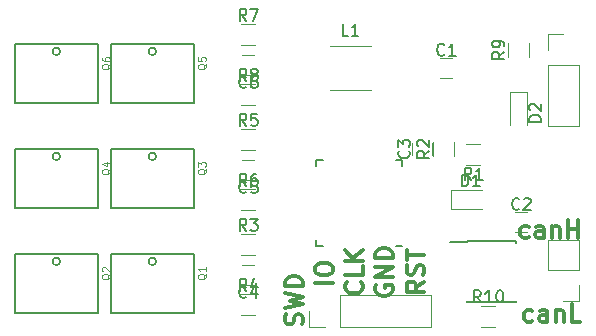
<source format=gto>
G04 #@! TF.FileFunction,Legend,Top*
%FSLAX46Y46*%
G04 Gerber Fmt 4.6, Leading zero omitted, Abs format (unit mm)*
G04 Created by KiCad (PCBNEW 4.0.6) date 07/31/17 21:00:10*
%MOMM*%
%LPD*%
G01*
G04 APERTURE LIST*
%ADD10C,0.100000*%
%ADD11C,0.300000*%
%ADD12C,0.120000*%
%ADD13C,0.127000*%
%ADD14C,0.150000*%
%ADD15C,0.050000*%
G04 APERTURE END LIST*
D10*
D11*
X153047000Y-111378857D02*
X152975571Y-111521714D01*
X152975571Y-111736000D01*
X153047000Y-111950285D01*
X153189857Y-112093143D01*
X153332714Y-112164571D01*
X153618429Y-112236000D01*
X153832714Y-112236000D01*
X154118429Y-112164571D01*
X154261286Y-112093143D01*
X154404143Y-111950285D01*
X154475571Y-111736000D01*
X154475571Y-111593143D01*
X154404143Y-111378857D01*
X154332714Y-111307428D01*
X153832714Y-111307428D01*
X153832714Y-111593143D01*
X154475571Y-110664571D02*
X152975571Y-110664571D01*
X154475571Y-109807428D01*
X152975571Y-109807428D01*
X154475571Y-109093142D02*
X152975571Y-109093142D01*
X152975571Y-108735999D01*
X153047000Y-108521714D01*
X153189857Y-108378856D01*
X153332714Y-108307428D01*
X153618429Y-108235999D01*
X153832714Y-108235999D01*
X154118429Y-108307428D01*
X154261286Y-108378856D01*
X154404143Y-108521714D01*
X154475571Y-108735999D01*
X154475571Y-109093142D01*
X157142571Y-111057428D02*
X156428286Y-111557428D01*
X157142571Y-111914571D02*
X155642571Y-111914571D01*
X155642571Y-111343143D01*
X155714000Y-111200285D01*
X155785429Y-111128857D01*
X155928286Y-111057428D01*
X156142571Y-111057428D01*
X156285429Y-111128857D01*
X156356857Y-111200285D01*
X156428286Y-111343143D01*
X156428286Y-111914571D01*
X157071143Y-110486000D02*
X157142571Y-110271714D01*
X157142571Y-109914571D01*
X157071143Y-109771714D01*
X156999714Y-109700285D01*
X156856857Y-109628857D01*
X156714000Y-109628857D01*
X156571143Y-109700285D01*
X156499714Y-109771714D01*
X156428286Y-109914571D01*
X156356857Y-110200285D01*
X156285429Y-110343143D01*
X156214000Y-110414571D01*
X156071143Y-110486000D01*
X155928286Y-110486000D01*
X155785429Y-110414571D01*
X155714000Y-110343143D01*
X155642571Y-110200285D01*
X155642571Y-109843143D01*
X155714000Y-109628857D01*
X155642571Y-109200286D02*
X155642571Y-108343143D01*
X157142571Y-108771714D02*
X155642571Y-108771714D01*
X151792714Y-111128857D02*
X151864143Y-111200286D01*
X151935571Y-111414572D01*
X151935571Y-111557429D01*
X151864143Y-111771714D01*
X151721286Y-111914572D01*
X151578429Y-111986000D01*
X151292714Y-112057429D01*
X151078429Y-112057429D01*
X150792714Y-111986000D01*
X150649857Y-111914572D01*
X150507000Y-111771714D01*
X150435571Y-111557429D01*
X150435571Y-111414572D01*
X150507000Y-111200286D01*
X150578429Y-111128857D01*
X151935571Y-109771714D02*
X151935571Y-110486000D01*
X150435571Y-110486000D01*
X151935571Y-109271714D02*
X150435571Y-109271714D01*
X151935571Y-108414571D02*
X151078429Y-109057428D01*
X150435571Y-108414571D02*
X151292714Y-109271714D01*
X149395571Y-111148714D02*
X147895571Y-111148714D01*
X147895571Y-110148714D02*
X147895571Y-109863000D01*
X147967000Y-109720142D01*
X148109857Y-109577285D01*
X148395571Y-109505857D01*
X148895571Y-109505857D01*
X149181286Y-109577285D01*
X149324143Y-109720142D01*
X149395571Y-109863000D01*
X149395571Y-110148714D01*
X149324143Y-110291571D01*
X149181286Y-110434428D01*
X148895571Y-110505857D01*
X148395571Y-110505857D01*
X148109857Y-110434428D01*
X147967000Y-110291571D01*
X147895571Y-110148714D01*
X146784143Y-114684714D02*
X146855571Y-114470428D01*
X146855571Y-114113285D01*
X146784143Y-113970428D01*
X146712714Y-113898999D01*
X146569857Y-113827571D01*
X146427000Y-113827571D01*
X146284143Y-113898999D01*
X146212714Y-113970428D01*
X146141286Y-114113285D01*
X146069857Y-114398999D01*
X145998429Y-114541857D01*
X145927000Y-114613285D01*
X145784143Y-114684714D01*
X145641286Y-114684714D01*
X145498429Y-114613285D01*
X145427000Y-114541857D01*
X145355571Y-114398999D01*
X145355571Y-114041857D01*
X145427000Y-113827571D01*
X145355571Y-113327571D02*
X146855571Y-112970428D01*
X145784143Y-112684714D01*
X146855571Y-112399000D01*
X145355571Y-112041857D01*
X146855571Y-111470428D02*
X145355571Y-111470428D01*
X145355571Y-111113285D01*
X145427000Y-110899000D01*
X145569857Y-110756142D01*
X145712714Y-110684714D01*
X145998429Y-110613285D01*
X146212714Y-110613285D01*
X146498429Y-110684714D01*
X146641286Y-110756142D01*
X146784143Y-110899000D01*
X146855571Y-111113285D01*
X146855571Y-111470428D01*
X166286857Y-114399143D02*
X166144000Y-114470571D01*
X165858286Y-114470571D01*
X165715428Y-114399143D01*
X165644000Y-114327714D01*
X165572571Y-114184857D01*
X165572571Y-113756286D01*
X165644000Y-113613429D01*
X165715428Y-113542000D01*
X165858286Y-113470571D01*
X166144000Y-113470571D01*
X166286857Y-113542000D01*
X167572571Y-114470571D02*
X167572571Y-113684857D01*
X167501142Y-113542000D01*
X167358285Y-113470571D01*
X167072571Y-113470571D01*
X166929714Y-113542000D01*
X167572571Y-114399143D02*
X167429714Y-114470571D01*
X167072571Y-114470571D01*
X166929714Y-114399143D01*
X166858285Y-114256286D01*
X166858285Y-114113429D01*
X166929714Y-113970571D01*
X167072571Y-113899143D01*
X167429714Y-113899143D01*
X167572571Y-113827714D01*
X168286857Y-113470571D02*
X168286857Y-114470571D01*
X168286857Y-113613429D02*
X168358285Y-113542000D01*
X168501143Y-113470571D01*
X168715428Y-113470571D01*
X168858285Y-113542000D01*
X168929714Y-113684857D01*
X168929714Y-114470571D01*
X170358286Y-114470571D02*
X169644000Y-114470571D01*
X169644000Y-112970571D01*
X165981286Y-107287143D02*
X165838429Y-107358571D01*
X165552715Y-107358571D01*
X165409857Y-107287143D01*
X165338429Y-107215714D01*
X165267000Y-107072857D01*
X165267000Y-106644286D01*
X165338429Y-106501429D01*
X165409857Y-106430000D01*
X165552715Y-106358571D01*
X165838429Y-106358571D01*
X165981286Y-106430000D01*
X167267000Y-107358571D02*
X167267000Y-106572857D01*
X167195571Y-106430000D01*
X167052714Y-106358571D01*
X166767000Y-106358571D01*
X166624143Y-106430000D01*
X167267000Y-107287143D02*
X167124143Y-107358571D01*
X166767000Y-107358571D01*
X166624143Y-107287143D01*
X166552714Y-107144286D01*
X166552714Y-107001429D01*
X166624143Y-106858571D01*
X166767000Y-106787143D01*
X167124143Y-106787143D01*
X167267000Y-106715714D01*
X167981286Y-106358571D02*
X167981286Y-107358571D01*
X167981286Y-106501429D02*
X168052714Y-106430000D01*
X168195572Y-106358571D01*
X168409857Y-106358571D01*
X168552714Y-106430000D01*
X168624143Y-106572857D01*
X168624143Y-107358571D01*
X169338429Y-107358571D02*
X169338429Y-105858571D01*
X169338429Y-106572857D02*
X170195572Y-106572857D01*
X170195572Y-107358571D02*
X170195572Y-105858571D01*
D12*
X165854000Y-105195000D02*
X164854000Y-105195000D01*
X164854000Y-106895000D02*
X165854000Y-106895000D01*
X156122000Y-99322000D02*
X156122000Y-100322000D01*
X157822000Y-100322000D02*
X157822000Y-99322000D01*
X141740000Y-111340000D02*
X142740000Y-111340000D01*
X142740000Y-109640000D02*
X141740000Y-109640000D01*
X141740000Y-102450000D02*
X142740000Y-102450000D01*
X142740000Y-100750000D02*
X141740000Y-100750000D01*
X141740000Y-93560000D02*
X142740000Y-93560000D01*
X142740000Y-91860000D02*
X141740000Y-91860000D01*
X159436000Y-103340000D02*
X159436000Y-104940000D01*
X159436000Y-104940000D02*
X162036000Y-104940000D01*
X159436000Y-103340000D02*
X162036000Y-103340000D01*
X165800000Y-94974000D02*
X164400000Y-94974000D01*
X164400000Y-94974000D02*
X164400000Y-97774000D01*
X165800000Y-94974000D02*
X165800000Y-97774000D01*
X157667000Y-114868000D02*
X157667000Y-112208000D01*
X149987000Y-114868000D02*
X157667000Y-114868000D01*
X149987000Y-112208000D02*
X157667000Y-112208000D01*
X149987000Y-114868000D02*
X149987000Y-112208000D01*
X148717000Y-114868000D02*
X147387000Y-114868000D01*
X147387000Y-114868000D02*
X147387000Y-113538000D01*
X167580000Y-97850000D02*
X170240000Y-97850000D01*
X167580000Y-92710000D02*
X167580000Y-97850000D01*
X170240000Y-92710000D02*
X170240000Y-97850000D01*
X167580000Y-92710000D02*
X170240000Y-92710000D01*
X167580000Y-91440000D02*
X167580000Y-90110000D01*
X167580000Y-90110000D02*
X168910000Y-90110000D01*
X170240000Y-107509000D02*
X167580000Y-107509000D01*
X170240000Y-110109000D02*
X170240000Y-107509000D01*
X167580000Y-110109000D02*
X167580000Y-107509000D01*
X170240000Y-110109000D02*
X167580000Y-110109000D01*
X170240000Y-111379000D02*
X170240000Y-112709000D01*
X170240000Y-112709000D02*
X168910000Y-112709000D01*
D13*
X137612000Y-108752000D02*
X137612000Y-113752000D01*
X137612000Y-113752000D02*
X130612000Y-113752000D01*
X130612000Y-113752000D02*
X130612000Y-108752000D01*
X130612000Y-108752000D02*
X137612000Y-108752000D01*
X134429500Y-109347000D02*
G75*
G03X134429500Y-109347000I-317500J0D01*
G01*
X129484000Y-108752000D02*
X129484000Y-113752000D01*
X129484000Y-113752000D02*
X122484000Y-113752000D01*
X122484000Y-113752000D02*
X122484000Y-108752000D01*
X122484000Y-108752000D02*
X129484000Y-108752000D01*
X126301500Y-109347000D02*
G75*
G03X126301500Y-109347000I-317500J0D01*
G01*
X137612000Y-99862000D02*
X137612000Y-104862000D01*
X137612000Y-104862000D02*
X130612000Y-104862000D01*
X130612000Y-104862000D02*
X130612000Y-99862000D01*
X130612000Y-99862000D02*
X137612000Y-99862000D01*
X134429500Y-100457000D02*
G75*
G03X134429500Y-100457000I-317500J0D01*
G01*
X129484000Y-99862000D02*
X129484000Y-104862000D01*
X129484000Y-104862000D02*
X122484000Y-104862000D01*
X122484000Y-104862000D02*
X122484000Y-99862000D01*
X122484000Y-99862000D02*
X129484000Y-99862000D01*
X126301500Y-100457000D02*
G75*
G03X126301500Y-100457000I-317500J0D01*
G01*
X137612000Y-90972000D02*
X137612000Y-95972000D01*
X137612000Y-95972000D02*
X130612000Y-95972000D01*
X130612000Y-95972000D02*
X130612000Y-90972000D01*
X130612000Y-90972000D02*
X137612000Y-90972000D01*
X134429500Y-91567000D02*
G75*
G03X134429500Y-91567000I-317500J0D01*
G01*
X129484000Y-90972000D02*
X129484000Y-95972000D01*
X129484000Y-95972000D02*
X122484000Y-95972000D01*
X122484000Y-95972000D02*
X122484000Y-90972000D01*
X122484000Y-90972000D02*
X129484000Y-90972000D01*
X126301500Y-91567000D02*
G75*
G03X126301500Y-91567000I-317500J0D01*
G01*
D12*
X160690000Y-99450000D02*
X161890000Y-99450000D01*
X161890000Y-101210000D02*
X160690000Y-101210000D01*
X159630000Y-99222000D02*
X159630000Y-100422000D01*
X157870000Y-100422000D02*
X157870000Y-99222000D01*
X142840000Y-108830000D02*
X141640000Y-108830000D01*
X141640000Y-107070000D02*
X142840000Y-107070000D01*
X142840000Y-113910000D02*
X141640000Y-113910000D01*
X141640000Y-112150000D02*
X142840000Y-112150000D01*
X142840000Y-99940000D02*
X141640000Y-99940000D01*
X141640000Y-98180000D02*
X142840000Y-98180000D01*
X142840000Y-105020000D02*
X141640000Y-105020000D01*
X141640000Y-103260000D02*
X142840000Y-103260000D01*
X142840000Y-91050000D02*
X141640000Y-91050000D01*
X141640000Y-89290000D02*
X142840000Y-89290000D01*
X142840000Y-96130000D02*
X141640000Y-96130000D01*
X141640000Y-94370000D02*
X142840000Y-94370000D01*
X165980000Y-90840000D02*
X165980000Y-92040000D01*
X164220000Y-92040000D02*
X164220000Y-90840000D01*
D14*
X148013000Y-108019000D02*
X148013000Y-107494000D01*
X155263000Y-100769000D02*
X155263000Y-101294000D01*
X148013000Y-100769000D02*
X148013000Y-101294000D01*
X155263000Y-108019000D02*
X154738000Y-108019000D01*
X155263000Y-100769000D02*
X154738000Y-100769000D01*
X148013000Y-100769000D02*
X148538000Y-100769000D01*
X148013000Y-108019000D02*
X148538000Y-108019000D01*
X160739000Y-107661000D02*
X160739000Y-107711000D01*
X164889000Y-107661000D02*
X164889000Y-107806000D01*
X164889000Y-112811000D02*
X164889000Y-112666000D01*
X160739000Y-112811000D02*
X160739000Y-112666000D01*
X160739000Y-107661000D02*
X164889000Y-107661000D01*
X160739000Y-112811000D02*
X164889000Y-112811000D01*
X160739000Y-107711000D02*
X159339000Y-107711000D01*
D12*
X159504000Y-92114000D02*
X158504000Y-92114000D01*
X158504000Y-93814000D02*
X159504000Y-93814000D01*
X149146000Y-94844000D02*
X152606000Y-94844000D01*
X149146000Y-91084000D02*
X152606000Y-91084000D01*
X163160000Y-114926000D02*
X161960000Y-114926000D01*
X161960000Y-113166000D02*
X163160000Y-113166000D01*
D14*
X165187334Y-104902143D02*
X165139715Y-104949762D01*
X164996858Y-104997381D01*
X164901620Y-104997381D01*
X164758762Y-104949762D01*
X164663524Y-104854524D01*
X164615905Y-104759286D01*
X164568286Y-104568810D01*
X164568286Y-104425952D01*
X164615905Y-104235476D01*
X164663524Y-104140238D01*
X164758762Y-104045000D01*
X164901620Y-103997381D01*
X164996858Y-103997381D01*
X165139715Y-104045000D01*
X165187334Y-104092619D01*
X165568286Y-104092619D02*
X165615905Y-104045000D01*
X165711143Y-103997381D01*
X165949239Y-103997381D01*
X166044477Y-104045000D01*
X166092096Y-104092619D01*
X166139715Y-104187857D01*
X166139715Y-104283095D01*
X166092096Y-104425952D01*
X165520667Y-104997381D01*
X166139715Y-104997381D01*
X155829143Y-99988666D02*
X155876762Y-100036285D01*
X155924381Y-100179142D01*
X155924381Y-100274380D01*
X155876762Y-100417238D01*
X155781524Y-100512476D01*
X155686286Y-100560095D01*
X155495810Y-100607714D01*
X155352952Y-100607714D01*
X155162476Y-100560095D01*
X155067238Y-100512476D01*
X154972000Y-100417238D01*
X154924381Y-100274380D01*
X154924381Y-100179142D01*
X154972000Y-100036285D01*
X155019619Y-99988666D01*
X154924381Y-99655333D02*
X154924381Y-99036285D01*
X155305333Y-99369619D01*
X155305333Y-99226761D01*
X155352952Y-99131523D01*
X155400571Y-99083904D01*
X155495810Y-99036285D01*
X155733905Y-99036285D01*
X155829143Y-99083904D01*
X155876762Y-99131523D01*
X155924381Y-99226761D01*
X155924381Y-99512476D01*
X155876762Y-99607714D01*
X155829143Y-99655333D01*
X142073334Y-112347143D02*
X142025715Y-112394762D01*
X141882858Y-112442381D01*
X141787620Y-112442381D01*
X141644762Y-112394762D01*
X141549524Y-112299524D01*
X141501905Y-112204286D01*
X141454286Y-112013810D01*
X141454286Y-111870952D01*
X141501905Y-111680476D01*
X141549524Y-111585238D01*
X141644762Y-111490000D01*
X141787620Y-111442381D01*
X141882858Y-111442381D01*
X142025715Y-111490000D01*
X142073334Y-111537619D01*
X142930477Y-111775714D02*
X142930477Y-112442381D01*
X142692381Y-111394762D02*
X142454286Y-112109048D01*
X143073334Y-112109048D01*
X142073334Y-103457143D02*
X142025715Y-103504762D01*
X141882858Y-103552381D01*
X141787620Y-103552381D01*
X141644762Y-103504762D01*
X141549524Y-103409524D01*
X141501905Y-103314286D01*
X141454286Y-103123810D01*
X141454286Y-102980952D01*
X141501905Y-102790476D01*
X141549524Y-102695238D01*
X141644762Y-102600000D01*
X141787620Y-102552381D01*
X141882858Y-102552381D01*
X142025715Y-102600000D01*
X142073334Y-102647619D01*
X142978096Y-102552381D02*
X142501905Y-102552381D01*
X142454286Y-103028571D01*
X142501905Y-102980952D01*
X142597143Y-102933333D01*
X142835239Y-102933333D01*
X142930477Y-102980952D01*
X142978096Y-103028571D01*
X143025715Y-103123810D01*
X143025715Y-103361905D01*
X142978096Y-103457143D01*
X142930477Y-103504762D01*
X142835239Y-103552381D01*
X142597143Y-103552381D01*
X142501905Y-103504762D01*
X142454286Y-103457143D01*
X142073334Y-94567143D02*
X142025715Y-94614762D01*
X141882858Y-94662381D01*
X141787620Y-94662381D01*
X141644762Y-94614762D01*
X141549524Y-94519524D01*
X141501905Y-94424286D01*
X141454286Y-94233810D01*
X141454286Y-94090952D01*
X141501905Y-93900476D01*
X141549524Y-93805238D01*
X141644762Y-93710000D01*
X141787620Y-93662381D01*
X141882858Y-93662381D01*
X142025715Y-93710000D01*
X142073334Y-93757619D01*
X142930477Y-93662381D02*
X142740000Y-93662381D01*
X142644762Y-93710000D01*
X142597143Y-93757619D01*
X142501905Y-93900476D01*
X142454286Y-94090952D01*
X142454286Y-94471905D01*
X142501905Y-94567143D01*
X142549524Y-94614762D01*
X142644762Y-94662381D01*
X142835239Y-94662381D01*
X142930477Y-94614762D01*
X142978096Y-94567143D01*
X143025715Y-94471905D01*
X143025715Y-94233810D01*
X142978096Y-94138571D01*
X142930477Y-94090952D01*
X142835239Y-94043333D01*
X142644762Y-94043333D01*
X142549524Y-94090952D01*
X142501905Y-94138571D01*
X142454286Y-94233810D01*
X160297905Y-102992381D02*
X160297905Y-101992381D01*
X160536000Y-101992381D01*
X160678858Y-102040000D01*
X160774096Y-102135238D01*
X160821715Y-102230476D01*
X160869334Y-102420952D01*
X160869334Y-102563810D01*
X160821715Y-102754286D01*
X160774096Y-102849524D01*
X160678858Y-102944762D01*
X160536000Y-102992381D01*
X160297905Y-102992381D01*
X161821715Y-102992381D02*
X161250286Y-102992381D01*
X161536000Y-102992381D02*
X161536000Y-101992381D01*
X161440762Y-102135238D01*
X161345524Y-102230476D01*
X161250286Y-102278095D01*
X167002381Y-97512095D02*
X166002381Y-97512095D01*
X166002381Y-97274000D01*
X166050000Y-97131142D01*
X166145238Y-97035904D01*
X166240476Y-96988285D01*
X166430952Y-96940666D01*
X166573810Y-96940666D01*
X166764286Y-96988285D01*
X166859524Y-97035904D01*
X166954762Y-97131142D01*
X167002381Y-97274000D01*
X167002381Y-97512095D01*
X166097619Y-96559714D02*
X166050000Y-96512095D01*
X166002381Y-96416857D01*
X166002381Y-96178761D01*
X166050000Y-96083523D01*
X166097619Y-96035904D01*
X166192857Y-95988285D01*
X166288095Y-95988285D01*
X166430952Y-96035904D01*
X167002381Y-96607333D01*
X167002381Y-95988285D01*
D15*
X138678876Y-110398552D02*
X138648400Y-110459505D01*
X138587448Y-110520457D01*
X138496019Y-110611886D01*
X138465543Y-110672838D01*
X138465543Y-110733790D01*
X138617924Y-110703314D02*
X138587448Y-110764267D01*
X138526495Y-110825219D01*
X138404590Y-110855695D01*
X138191257Y-110855695D01*
X138069352Y-110825219D01*
X138008400Y-110764267D01*
X137977924Y-110703314D01*
X137977924Y-110581410D01*
X138008400Y-110520457D01*
X138069352Y-110459505D01*
X138191257Y-110429029D01*
X138404590Y-110429029D01*
X138526495Y-110459505D01*
X138587448Y-110520457D01*
X138617924Y-110581410D01*
X138617924Y-110703314D01*
X138617924Y-109819505D02*
X138617924Y-110185219D01*
X138617924Y-110002362D02*
X137977924Y-110002362D01*
X138069352Y-110063314D01*
X138130305Y-110124267D01*
X138160781Y-110185219D01*
X130550876Y-110398552D02*
X130520400Y-110459505D01*
X130459448Y-110520457D01*
X130368019Y-110611886D01*
X130337543Y-110672838D01*
X130337543Y-110733790D01*
X130489924Y-110703314D02*
X130459448Y-110764267D01*
X130398495Y-110825219D01*
X130276590Y-110855695D01*
X130063257Y-110855695D01*
X129941352Y-110825219D01*
X129880400Y-110764267D01*
X129849924Y-110703314D01*
X129849924Y-110581410D01*
X129880400Y-110520457D01*
X129941352Y-110459505D01*
X130063257Y-110429029D01*
X130276590Y-110429029D01*
X130398495Y-110459505D01*
X130459448Y-110520457D01*
X130489924Y-110581410D01*
X130489924Y-110703314D01*
X129910876Y-110185219D02*
X129880400Y-110154743D01*
X129849924Y-110093791D01*
X129849924Y-109941410D01*
X129880400Y-109880457D01*
X129910876Y-109849981D01*
X129971829Y-109819505D01*
X130032781Y-109819505D01*
X130124210Y-109849981D01*
X130489924Y-110215695D01*
X130489924Y-109819505D01*
X138678876Y-101508552D02*
X138648400Y-101569505D01*
X138587448Y-101630457D01*
X138496019Y-101721886D01*
X138465543Y-101782838D01*
X138465543Y-101843790D01*
X138617924Y-101813314D02*
X138587448Y-101874267D01*
X138526495Y-101935219D01*
X138404590Y-101965695D01*
X138191257Y-101965695D01*
X138069352Y-101935219D01*
X138008400Y-101874267D01*
X137977924Y-101813314D01*
X137977924Y-101691410D01*
X138008400Y-101630457D01*
X138069352Y-101569505D01*
X138191257Y-101539029D01*
X138404590Y-101539029D01*
X138526495Y-101569505D01*
X138587448Y-101630457D01*
X138617924Y-101691410D01*
X138617924Y-101813314D01*
X137977924Y-101325695D02*
X137977924Y-100929505D01*
X138221733Y-101142838D01*
X138221733Y-101051410D01*
X138252210Y-100990457D01*
X138282686Y-100959981D01*
X138343638Y-100929505D01*
X138496019Y-100929505D01*
X138556971Y-100959981D01*
X138587448Y-100990457D01*
X138617924Y-101051410D01*
X138617924Y-101234267D01*
X138587448Y-101295219D01*
X138556971Y-101325695D01*
X130550876Y-101508552D02*
X130520400Y-101569505D01*
X130459448Y-101630457D01*
X130368019Y-101721886D01*
X130337543Y-101782838D01*
X130337543Y-101843790D01*
X130489924Y-101813314D02*
X130459448Y-101874267D01*
X130398495Y-101935219D01*
X130276590Y-101965695D01*
X130063257Y-101965695D01*
X129941352Y-101935219D01*
X129880400Y-101874267D01*
X129849924Y-101813314D01*
X129849924Y-101691410D01*
X129880400Y-101630457D01*
X129941352Y-101569505D01*
X130063257Y-101539029D01*
X130276590Y-101539029D01*
X130398495Y-101569505D01*
X130459448Y-101630457D01*
X130489924Y-101691410D01*
X130489924Y-101813314D01*
X130063257Y-100990457D02*
X130489924Y-100990457D01*
X129819448Y-101142838D02*
X130276590Y-101295219D01*
X130276590Y-100899029D01*
X138678876Y-92618552D02*
X138648400Y-92679505D01*
X138587448Y-92740457D01*
X138496019Y-92831886D01*
X138465543Y-92892838D01*
X138465543Y-92953790D01*
X138617924Y-92923314D02*
X138587448Y-92984267D01*
X138526495Y-93045219D01*
X138404590Y-93075695D01*
X138191257Y-93075695D01*
X138069352Y-93045219D01*
X138008400Y-92984267D01*
X137977924Y-92923314D01*
X137977924Y-92801410D01*
X138008400Y-92740457D01*
X138069352Y-92679505D01*
X138191257Y-92649029D01*
X138404590Y-92649029D01*
X138526495Y-92679505D01*
X138587448Y-92740457D01*
X138617924Y-92801410D01*
X138617924Y-92923314D01*
X137977924Y-92069981D02*
X137977924Y-92374743D01*
X138282686Y-92405219D01*
X138252210Y-92374743D01*
X138221733Y-92313791D01*
X138221733Y-92161410D01*
X138252210Y-92100457D01*
X138282686Y-92069981D01*
X138343638Y-92039505D01*
X138496019Y-92039505D01*
X138556971Y-92069981D01*
X138587448Y-92100457D01*
X138617924Y-92161410D01*
X138617924Y-92313791D01*
X138587448Y-92374743D01*
X138556971Y-92405219D01*
X130550876Y-92618552D02*
X130520400Y-92679505D01*
X130459448Y-92740457D01*
X130368019Y-92831886D01*
X130337543Y-92892838D01*
X130337543Y-92953790D01*
X130489924Y-92923314D02*
X130459448Y-92984267D01*
X130398495Y-93045219D01*
X130276590Y-93075695D01*
X130063257Y-93075695D01*
X129941352Y-93045219D01*
X129880400Y-92984267D01*
X129849924Y-92923314D01*
X129849924Y-92801410D01*
X129880400Y-92740457D01*
X129941352Y-92679505D01*
X130063257Y-92649029D01*
X130276590Y-92649029D01*
X130398495Y-92679505D01*
X130459448Y-92740457D01*
X130489924Y-92801410D01*
X130489924Y-92923314D01*
X129849924Y-92100457D02*
X129849924Y-92222362D01*
X129880400Y-92283314D01*
X129910876Y-92313791D01*
X130002305Y-92374743D01*
X130124210Y-92405219D01*
X130368019Y-92405219D01*
X130428971Y-92374743D01*
X130459448Y-92344267D01*
X130489924Y-92283314D01*
X130489924Y-92161410D01*
X130459448Y-92100457D01*
X130428971Y-92069981D01*
X130368019Y-92039505D01*
X130215638Y-92039505D01*
X130154686Y-92069981D01*
X130124210Y-92100457D01*
X130093733Y-92161410D01*
X130093733Y-92283314D01*
X130124210Y-92344267D01*
X130154686Y-92374743D01*
X130215638Y-92405219D01*
D14*
X161123334Y-102432381D02*
X160790000Y-101956190D01*
X160551905Y-102432381D02*
X160551905Y-101432381D01*
X160932858Y-101432381D01*
X161028096Y-101480000D01*
X161075715Y-101527619D01*
X161123334Y-101622857D01*
X161123334Y-101765714D01*
X161075715Y-101860952D01*
X161028096Y-101908571D01*
X160932858Y-101956190D01*
X160551905Y-101956190D01*
X162075715Y-102432381D02*
X161504286Y-102432381D01*
X161790000Y-102432381D02*
X161790000Y-101432381D01*
X161694762Y-101575238D01*
X161599524Y-101670476D01*
X161504286Y-101718095D01*
X157552381Y-99988666D02*
X157076190Y-100322000D01*
X157552381Y-100560095D02*
X156552381Y-100560095D01*
X156552381Y-100179142D01*
X156600000Y-100083904D01*
X156647619Y-100036285D01*
X156742857Y-99988666D01*
X156885714Y-99988666D01*
X156980952Y-100036285D01*
X157028571Y-100083904D01*
X157076190Y-100179142D01*
X157076190Y-100560095D01*
X156647619Y-99607714D02*
X156600000Y-99560095D01*
X156552381Y-99464857D01*
X156552381Y-99226761D01*
X156600000Y-99131523D01*
X156647619Y-99083904D01*
X156742857Y-99036285D01*
X156838095Y-99036285D01*
X156980952Y-99083904D01*
X157552381Y-99655333D01*
X157552381Y-99036285D01*
X142073334Y-106752381D02*
X141740000Y-106276190D01*
X141501905Y-106752381D02*
X141501905Y-105752381D01*
X141882858Y-105752381D01*
X141978096Y-105800000D01*
X142025715Y-105847619D01*
X142073334Y-105942857D01*
X142073334Y-106085714D01*
X142025715Y-106180952D01*
X141978096Y-106228571D01*
X141882858Y-106276190D01*
X141501905Y-106276190D01*
X142406667Y-105752381D02*
X143025715Y-105752381D01*
X142692381Y-106133333D01*
X142835239Y-106133333D01*
X142930477Y-106180952D01*
X142978096Y-106228571D01*
X143025715Y-106323810D01*
X143025715Y-106561905D01*
X142978096Y-106657143D01*
X142930477Y-106704762D01*
X142835239Y-106752381D01*
X142549524Y-106752381D01*
X142454286Y-106704762D01*
X142406667Y-106657143D01*
X142073334Y-111832381D02*
X141740000Y-111356190D01*
X141501905Y-111832381D02*
X141501905Y-110832381D01*
X141882858Y-110832381D01*
X141978096Y-110880000D01*
X142025715Y-110927619D01*
X142073334Y-111022857D01*
X142073334Y-111165714D01*
X142025715Y-111260952D01*
X141978096Y-111308571D01*
X141882858Y-111356190D01*
X141501905Y-111356190D01*
X142930477Y-111165714D02*
X142930477Y-111832381D01*
X142692381Y-110784762D02*
X142454286Y-111499048D01*
X143073334Y-111499048D01*
X142073334Y-97862381D02*
X141740000Y-97386190D01*
X141501905Y-97862381D02*
X141501905Y-96862381D01*
X141882858Y-96862381D01*
X141978096Y-96910000D01*
X142025715Y-96957619D01*
X142073334Y-97052857D01*
X142073334Y-97195714D01*
X142025715Y-97290952D01*
X141978096Y-97338571D01*
X141882858Y-97386190D01*
X141501905Y-97386190D01*
X142978096Y-96862381D02*
X142501905Y-96862381D01*
X142454286Y-97338571D01*
X142501905Y-97290952D01*
X142597143Y-97243333D01*
X142835239Y-97243333D01*
X142930477Y-97290952D01*
X142978096Y-97338571D01*
X143025715Y-97433810D01*
X143025715Y-97671905D01*
X142978096Y-97767143D01*
X142930477Y-97814762D01*
X142835239Y-97862381D01*
X142597143Y-97862381D01*
X142501905Y-97814762D01*
X142454286Y-97767143D01*
X142073334Y-102942381D02*
X141740000Y-102466190D01*
X141501905Y-102942381D02*
X141501905Y-101942381D01*
X141882858Y-101942381D01*
X141978096Y-101990000D01*
X142025715Y-102037619D01*
X142073334Y-102132857D01*
X142073334Y-102275714D01*
X142025715Y-102370952D01*
X141978096Y-102418571D01*
X141882858Y-102466190D01*
X141501905Y-102466190D01*
X142930477Y-101942381D02*
X142740000Y-101942381D01*
X142644762Y-101990000D01*
X142597143Y-102037619D01*
X142501905Y-102180476D01*
X142454286Y-102370952D01*
X142454286Y-102751905D01*
X142501905Y-102847143D01*
X142549524Y-102894762D01*
X142644762Y-102942381D01*
X142835239Y-102942381D01*
X142930477Y-102894762D01*
X142978096Y-102847143D01*
X143025715Y-102751905D01*
X143025715Y-102513810D01*
X142978096Y-102418571D01*
X142930477Y-102370952D01*
X142835239Y-102323333D01*
X142644762Y-102323333D01*
X142549524Y-102370952D01*
X142501905Y-102418571D01*
X142454286Y-102513810D01*
X142073334Y-88972381D02*
X141740000Y-88496190D01*
X141501905Y-88972381D02*
X141501905Y-87972381D01*
X141882858Y-87972381D01*
X141978096Y-88020000D01*
X142025715Y-88067619D01*
X142073334Y-88162857D01*
X142073334Y-88305714D01*
X142025715Y-88400952D01*
X141978096Y-88448571D01*
X141882858Y-88496190D01*
X141501905Y-88496190D01*
X142406667Y-87972381D02*
X143073334Y-87972381D01*
X142644762Y-88972381D01*
X142073334Y-94052381D02*
X141740000Y-93576190D01*
X141501905Y-94052381D02*
X141501905Y-93052381D01*
X141882858Y-93052381D01*
X141978096Y-93100000D01*
X142025715Y-93147619D01*
X142073334Y-93242857D01*
X142073334Y-93385714D01*
X142025715Y-93480952D01*
X141978096Y-93528571D01*
X141882858Y-93576190D01*
X141501905Y-93576190D01*
X142644762Y-93480952D02*
X142549524Y-93433333D01*
X142501905Y-93385714D01*
X142454286Y-93290476D01*
X142454286Y-93242857D01*
X142501905Y-93147619D01*
X142549524Y-93100000D01*
X142644762Y-93052381D01*
X142835239Y-93052381D01*
X142930477Y-93100000D01*
X142978096Y-93147619D01*
X143025715Y-93242857D01*
X143025715Y-93290476D01*
X142978096Y-93385714D01*
X142930477Y-93433333D01*
X142835239Y-93480952D01*
X142644762Y-93480952D01*
X142549524Y-93528571D01*
X142501905Y-93576190D01*
X142454286Y-93671429D01*
X142454286Y-93861905D01*
X142501905Y-93957143D01*
X142549524Y-94004762D01*
X142644762Y-94052381D01*
X142835239Y-94052381D01*
X142930477Y-94004762D01*
X142978096Y-93957143D01*
X143025715Y-93861905D01*
X143025715Y-93671429D01*
X142978096Y-93576190D01*
X142930477Y-93528571D01*
X142835239Y-93480952D01*
X163902381Y-91606666D02*
X163426190Y-91940000D01*
X163902381Y-92178095D02*
X162902381Y-92178095D01*
X162902381Y-91797142D01*
X162950000Y-91701904D01*
X162997619Y-91654285D01*
X163092857Y-91606666D01*
X163235714Y-91606666D01*
X163330952Y-91654285D01*
X163378571Y-91701904D01*
X163426190Y-91797142D01*
X163426190Y-92178095D01*
X163902381Y-91130476D02*
X163902381Y-90940000D01*
X163854762Y-90844761D01*
X163807143Y-90797142D01*
X163664286Y-90701904D01*
X163473810Y-90654285D01*
X163092857Y-90654285D01*
X162997619Y-90701904D01*
X162950000Y-90749523D01*
X162902381Y-90844761D01*
X162902381Y-91035238D01*
X162950000Y-91130476D01*
X162997619Y-91178095D01*
X163092857Y-91225714D01*
X163330952Y-91225714D01*
X163426190Y-91178095D01*
X163473810Y-91130476D01*
X163521429Y-91035238D01*
X163521429Y-90844761D01*
X163473810Y-90749523D01*
X163426190Y-90701904D01*
X163330952Y-90654285D01*
X158837334Y-91821143D02*
X158789715Y-91868762D01*
X158646858Y-91916381D01*
X158551620Y-91916381D01*
X158408762Y-91868762D01*
X158313524Y-91773524D01*
X158265905Y-91678286D01*
X158218286Y-91487810D01*
X158218286Y-91344952D01*
X158265905Y-91154476D01*
X158313524Y-91059238D01*
X158408762Y-90964000D01*
X158551620Y-90916381D01*
X158646858Y-90916381D01*
X158789715Y-90964000D01*
X158837334Y-91011619D01*
X159789715Y-91916381D02*
X159218286Y-91916381D01*
X159504000Y-91916381D02*
X159504000Y-90916381D01*
X159408762Y-91059238D01*
X159313524Y-91154476D01*
X159218286Y-91202095D01*
X150709334Y-90246381D02*
X150233143Y-90246381D01*
X150233143Y-89246381D01*
X151566477Y-90246381D02*
X150995048Y-90246381D01*
X151280762Y-90246381D02*
X151280762Y-89246381D01*
X151185524Y-89389238D01*
X151090286Y-89484476D01*
X150995048Y-89532095D01*
X161917143Y-112798381D02*
X161583809Y-112322190D01*
X161345714Y-112798381D02*
X161345714Y-111798381D01*
X161726667Y-111798381D01*
X161821905Y-111846000D01*
X161869524Y-111893619D01*
X161917143Y-111988857D01*
X161917143Y-112131714D01*
X161869524Y-112226952D01*
X161821905Y-112274571D01*
X161726667Y-112322190D01*
X161345714Y-112322190D01*
X162869524Y-112798381D02*
X162298095Y-112798381D01*
X162583809Y-112798381D02*
X162583809Y-111798381D01*
X162488571Y-111941238D01*
X162393333Y-112036476D01*
X162298095Y-112084095D01*
X163488571Y-111798381D02*
X163583810Y-111798381D01*
X163679048Y-111846000D01*
X163726667Y-111893619D01*
X163774286Y-111988857D01*
X163821905Y-112179333D01*
X163821905Y-112417429D01*
X163774286Y-112607905D01*
X163726667Y-112703143D01*
X163679048Y-112750762D01*
X163583810Y-112798381D01*
X163488571Y-112798381D01*
X163393333Y-112750762D01*
X163345714Y-112703143D01*
X163298095Y-112607905D01*
X163250476Y-112417429D01*
X163250476Y-112179333D01*
X163298095Y-111988857D01*
X163345714Y-111893619D01*
X163393333Y-111846000D01*
X163488571Y-111798381D01*
M02*

</source>
